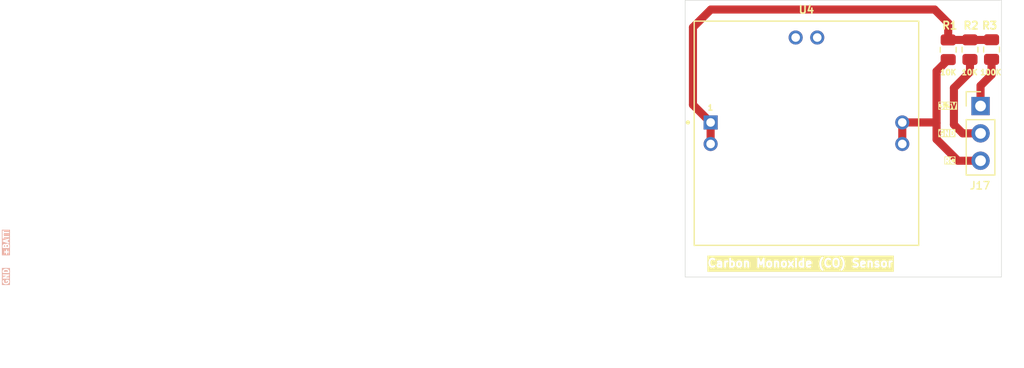
<source format=kicad_pcb>
(kicad_pcb (version 20221018) (generator pcbnew)
  (layers (0 "F.Cu" signal) (31 "B.Cu" signal) (34 "B.Paste" user) (35 "F.Paste" user) (36 "B.SilkS" user "B.Silkscreen") (37 "F.SilkS" user "F.Silkscreen") (38 "B.Mask" user) (39 "F.Mask" user) (44 "Edge.Cuts" user))
  (net 0 "")
  (net 1 "3.3V")
  (net 2 "GND")
  (net 3 "Net-(R1-Pad2)")
  (net 4 "RC")
  (footprint "Ahsan Libs:R_0805_2012Metric" (layer "F.Cu") (at 228.15 105.0275 -90)
    (fp_text reference "R2" (at -2.24 -0.1) (layer "F.SilkS") (effects (font (size 0.7 0.7))))
    (fp_text value "10K" (at 2.1125 0.03 180) (layer "F.SilkS") (effects (font (size 0.5 0.5) (thickness 0.125))))
    (fp_line (start -0.227064 -0.735) (end 0.227064 -0.735) (stroke (width 0.12)) (layer "F.SilkS"))
    (fp_line (start -0.227064 0.735) (end 0.227064 0.735) (stroke (width 0.12)) (layer "F.SilkS"))
    (pad "1" smd roundrect (at -0.9125 0 270) (size 1.025 1.4) (layers "F.Cu" "F.Paste" "F.Mask") (roundrect_rratio 0.2439014634) (net 3 "Net-(R1-Pad2)"))
    (pad "2" smd roundrect (at 0.9125 0 270) (size 1.025 1.4) (layers "F.Cu" "F.Paste" "F.Mask") (roundrect_rratio 0.2439014634) (net 2 "GND"))
  )
  (footprint "Connector_PinHeader_2.54mm:PinHeader_1x03_P2.54mm_Vertical" (layer "F.Cu") (at 229.13 110.265)
    (fp_text reference "J17" (at -0.05 7.395) (layer "F.SilkS") (effects (font (size 0.7 0.7) (thickness 0.125))))
    (fp_text value "CO Sensor")
    (fp_line (start -1.33 -1.33) (end 0 -1.33) (stroke (width 0.12)) (layer "F.SilkS"))
    (fp_line (start -1.33 0) (end -1.33 -1.33) (stroke (width 0.12)) (layer "F.SilkS"))
    (fp_line (start -1.33 1.27) (end -1.33 6.41) (stroke (width 0.12)) (layer "F.SilkS"))
    (fp_line (start -1.33 1.27) (end 1.33 1.27) (stroke (width 0.12)) (layer "F.SilkS"))
    (fp_line (start -1.33 6.41) (end 1.33 6.41) (stroke (width 0.12)) (layer "F.SilkS"))
    (fp_line (start 1.33 1.27) (end 1.33 6.41) (stroke (width 0.12)) (layer "F.SilkS"))
    (pad "1" thru_hole rect (at 0 0) (size 1.7 1.7) (drill 1) (layers "*.Cu" "*.Mask") (net 1 "3.3V"))
    (pad "2" thru_hole oval (at 0 2.54) (size 1.7 1.7) (drill 1) (layers "*.Cu" "*.Mask") (net 2 "GND"))
    (pad "3" thru_hole oval (at 0 5.08) (size 1.7 1.7) (drill 1) (layers "*.Cu" "*.Mask") (net 4 "RC"))
  )
  (footprint "Ahsan Libs:CO Sensor" (layer "F.Cu") (at 212.98 112.79 -90)
    (fp_text reference "U4" (at -11.47 0) (layer "F.SilkS") (effects (font (size 0.7 0.7))))
    (fp_text value "110-102")
    (fp_line (start -10.414 -10.414) (end -10.414 10.414) (stroke (width 0.127)) (layer "F.SilkS"))
    (fp_line (start -10.414 10.414) (end 10.414 10.414) (stroke (width 0.127)) (layer "F.SilkS"))
    (fp_line (start 10.414 -10.414) (end -10.414 -10.414) (stroke (width 0.127)) (layer "F.SilkS"))
    (fp_line (start 10.414 10.414) (end 10.414 -10.414) (stroke (width 0.127)) (layer "F.SilkS"))
    (fp_circle (center -1 11) (end -0.9 11) (stroke (width 0.2)) (fill none) (layer "F.SilkS"))
    (pad "1" thru_hole rect (at -1 8.89 270) (size 1.308 1.308) (drill 0.8) (layers "*.Cu" "*.Mask") (net 3 "Net-(R1-Pad2)"))
    (pad "2" thru_hole circle (at -8.89 1 270) (size 1.308 1.308) (drill 0.8) (layers "*.Cu" "*.Mask"))
    (pad "3" thru_hole circle (at -8.89 -1 270) (size 1.308 1.308) (drill 0.8) (layers "*.Cu" "*.Mask"))
    (pad "4" thru_hole circle (at -1 -8.89 270) (size 1.308 1.308) (drill 0.8) (layers "*.Cu" "*.Mask") (net 4 "RC"))
    (pad "5" thru_hole circle (at 1 -8.89 270) (size 1.308 1.308) (drill 0.8) (layers "*.Cu" "*.Mask") (net 4 "RC"))
    (pad "6" thru_hole circle (at 1 8.89 270) (size 1.308 1.308) (drill 0.8) (layers "*.Cu" "*.Mask") (net 3 "Net-(R1-Pad2)"))
  )
  (footprint "Ahsan Libs:R_0805_2012Metric" (layer "F.Cu") (at 230.15 105.0175 -90)
    (fp_text reference "R3" (at -2.23 0.18) (layer "F.SilkS") (effects (font (size 0.7 0.7))))
    (fp_text value "100K" (at 2.1225 0.07 180) (layer "F.SilkS") (effects (font (size 0.5 0.5) (thickness 0.125))))
    (fp_line (start -0.227064 -0.735) (end 0.227064 -0.735) (stroke (width 0.12)) (layer "F.SilkS"))
    (fp_line (start -0.227064 0.735) (end 0.227064 0.735) (stroke (width 0.12)) (layer "F.SilkS"))
    (pad "1" smd roundrect (at -0.9125 0 270) (size 1.025 1.4) (layers "F.Cu" "F.Paste" "F.Mask") (roundrect_rratio 0.2439014634) (net 3 "Net-(R1-Pad2)"))
    (pad "2" smd roundrect (at 0.9125 0 270) (size 1.025 1.4) (layers "F.Cu" "F.Paste" "F.Mask") (roundrect_rratio 0.2439014634) (net 1 "3.3V"))
  )
  (footprint "Ahsan Libs:R_0805_2012Metric" (layer "F.Cu") (at 226.13 105.0375 90)
    (fp_text reference "R1" (at 2.25 0.14 180) (layer "F.SilkS") (effects (font (size 0.7 0.7))))
    (fp_text value "10K" (at -2.1025 0) (layer "F.SilkS") (effects (font (size 0.5 0.5) (thickness 0.125))))
    (fp_line (start -0.227064 -0.735) (end 0.227064 -0.735) (stroke (width 0.12)) (layer "F.SilkS"))
    (fp_line (start -0.227064 0.735) (end 0.227064 0.735) (stroke (width 0.12)) (layer "F.SilkS"))
    (pad "1" smd roundrect (at -0.9125 0 90) (size 1.025 1.4) (layers "F.Cu" "F.Paste" "F.Mask") (roundrect_rratio 0.2439014634) (net 4 "RC"))
    (pad "2" smd roundrect (at 0.9125 0 90) (size 1.025 1.4) (layers "F.Cu" "F.Paste" "F.Mask") (roundrect_rratio 0.2439014634) (net 3 "Net-(R1-Pad2)"))
  )
  (gr_rect (start 201.73 100.44) (end 231.07 126.15) (stroke (width 0.05)) (fill none) (layer "Edge.Cuts"))
  (gr_text "+BATT" (at 138.74 122.98 90) (layer "B.SilkS" knockout) (effects (font (size 0.5 0.5) (thickness 0.125))))
  (gr_text "GND" (at 138.74 126.1 90) (layer "B.SilkS" knockout) (effects (font (size 0.5 0.5) (thickness 0.125))))
  (gr_text "RC" (at 225.7 115.345) (layer "F.SilkS" knockout) (effects (font (size 0.5 0.5) (thickness 0.125)) (justify left)))
  (gr_text "3.3V" (at 225.18 110.265) (layer "F.SilkS" knockout) (effects (font (size 0.5 0.5) (thickness 0.125)) (justify left)))
  (gr_text "1" (at 204.07 110.42) (layer "F.SilkS") (effects (font (size 0.5 0.5) (thickness 0.125))))
  (gr_text "Carbon Monoxide (CO) Sensor " (at 203.707983 124.86) (layer "F.SilkS" knockout) (effects (font (size 0.75 0.75) (thickness 0.1875) bold) (justify left)))
  (gr_text "GND" (at 225.16 112.805) (layer "F.SilkS" knockout) (effects (font (size 0.5 0.5) (thickness 0.125)) (justify left)))
  (segment (start 229.13 108.38) (end 229.13 110.265) (width 0.75) (layer "F.Cu") (net 1))
  (segment (start 230.15 107.36) (end 229.13 108.38) (width 0.75) (layer "F.Cu") (net 1))
  (segment (start 230.15 105.93) (end 230.15 107.36) (width 0.75) (layer "F.Cu") (net 1))
  (segment (start 226.66 111.99) (end 227.475 112.805) (width 0.75) (layer "F.Cu") (net 2))
  (segment (start 227.475 112.805) (end 229.13 112.805) (width 0.75) (layer "F.Cu") (net 2))
  (segment (start 228.15 107.1) (end 226.66 108.59) (width 0.75) (layer "F.Cu") (net 2))
  (segment (start 228.15 105.94) (end 228.15 107.1) (width 0.75) (layer "F.Cu") (net 2))
  (segment (start 226.66 108.59) (end 226.66 111.99) (width 0.75) (layer "F.Cu") (net 2))
  (segment (start 202.45 110.15) (end 202.45 102.96) (width 0.75) (layer "F.Cu") (net 3))
  (segment (start 204.09 113.79) (end 204.09 111.79) (width 0.75) (layer "F.Cu") (net 3))
  (segment (start 226.13 104.125) (end 230.13 104.125) (width 0.75) (layer "F.Cu") (net 3))
  (segment (start 230.13 104.125) (end 230.15 104.105) (width 0.75) (layer "F.Cu") (net 3))
  (segment (start 204.09 111.79) (end 202.45 110.15) (width 0.75) (layer "F.Cu") (net 3))
  (segment (start 204.11 101.3) (end 224.87 101.3) (width 0.75) (layer "F.Cu") (net 3))
  (segment (start 226.13 102.56) (end 226.13 104.125) (width 0.75) (layer "F.Cu") (net 3))
  (segment (start 202.45 102.96) (end 204.11 101.3) (width 0.75) (layer "F.Cu") (net 3))
  (segment (start 224.87 101.3) (end 226.13 102.56) (width 0.75) (layer "F.Cu") (net 3))
  (segment (start 221.87 111.79) (end 225 111.79) (width 0.75) (layer "F.Cu") (net 4))
  (segment (start 225.05 107.03) (end 225.05 111.84) (width 0.75) (layer "F.Cu") (net 4))
  (segment (start 221.87 111.79) (end 221.87 113.79) (width 0.75) (layer "F.Cu") (net 4))
  (segment (start 227.035 115.345) (end 229.13 115.345) (width 0.75) (layer "F.Cu") (net 4))
  (segment (start 226.13 105.95) (end 225.05 107.03) (width 0.75) (layer "F.Cu") (net 4))
  (segment (start 225 111.79) (end 225.05 111.84) (width 0.75) (layer "F.Cu") (net 4))
  (segment (start 225.05 111.84) (end 225.05 113.36) (width 0.75) (layer "F.Cu") (net 4))
  (segment (start 225.05 113.36) (end 227.035 115.345) (width 0.75) (layer "F.Cu") (net 4))
)
</source>
